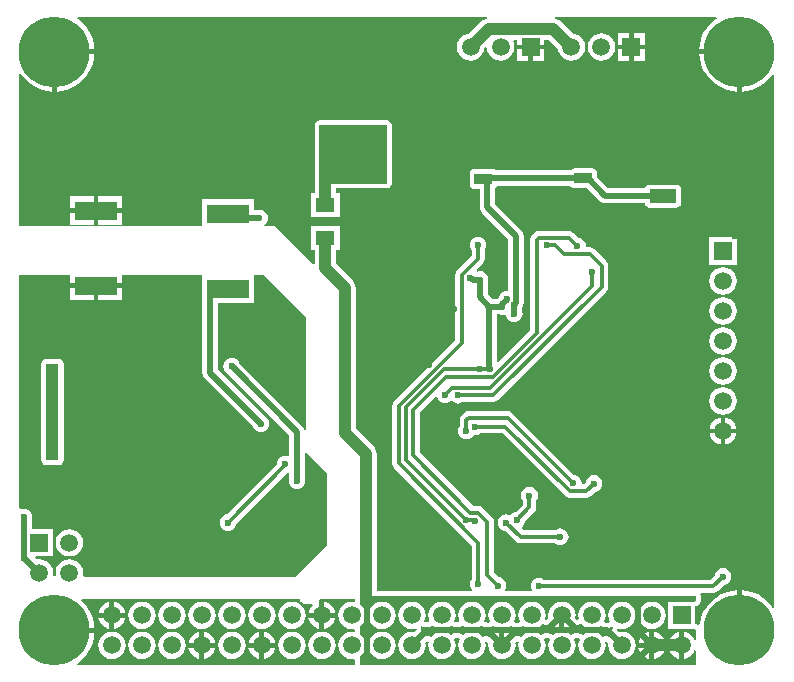
<source format=gbl>
G04*
G04 #@! TF.GenerationSoftware,Altium Limited,Altium Designer,20.1.8 (145)*
G04*
G04 Layer_Physical_Order=2*
G04 Layer_Color=16737843*
%FSLAX44Y44*%
%MOMM*%
G71*
G04*
G04 #@! TF.SameCoordinates,D5C0B3DD-F8AF-49D1-A0DA-DDDA0C0BEC7C*
G04*
G04*
G04 #@! TF.FilePolarity,Positive*
G04*
G01*
G75*
%ADD12C,0.3000*%
%ADD70C,0.5000*%
%ADD71C,1.0000*%
%ADD73R,2.2860X1.1430*%
%ADD75C,1.5000*%
%ADD76R,1.5000X1.5000*%
%ADD77R,1.5000X1.5000*%
%ADD78C,6.0000*%
%ADD79C,0.6000*%
%ADD80C,0.7000*%
%ADD81R,3.6500X1.6000*%
%ADD82R,1.6500X1.2000*%
%ADD83R,1.5240X0.8890*%
%ADD84R,1.0698X8.1763*%
G36*
X1174158Y896620D02*
X1174241Y895350D01*
X1173318Y895228D01*
X1171129Y894322D01*
X1169249Y892879D01*
X1159001Y882632D01*
X1157425Y882424D01*
X1154628Y881265D01*
X1152226Y879422D01*
X1150382Y877020D01*
X1149224Y874222D01*
X1148828Y871220D01*
X1149224Y868218D01*
X1150382Y865420D01*
X1152226Y863018D01*
X1154628Y861175D01*
X1157425Y860016D01*
X1160427Y859621D01*
X1163430Y860016D01*
X1166227Y861175D01*
X1168629Y863018D01*
X1170473Y865420D01*
X1171631Y868218D01*
X1171839Y869794D01*
X1172984Y870939D01*
X1174325Y870484D01*
X1174624Y868218D01*
X1175782Y865420D01*
X1177626Y863018D01*
X1180028Y861175D01*
X1182825Y860016D01*
X1185827Y859621D01*
X1188830Y860016D01*
X1191627Y861175D01*
X1194029Y863018D01*
X1195873Y865420D01*
X1197031Y868218D01*
X1197427Y871220D01*
X1197031Y874222D01*
X1196249Y876112D01*
X1197097Y877382D01*
X1199728D01*
Y873220D01*
X1211227D01*
X1222728D01*
Y877382D01*
X1226872D01*
X1234461Y869794D01*
X1234668Y868218D01*
X1235827Y865420D01*
X1237670Y863018D01*
X1240073Y861175D01*
X1242870Y860016D01*
X1245872Y859621D01*
X1248874Y860016D01*
X1251672Y861175D01*
X1254074Y863018D01*
X1255918Y865420D01*
X1257076Y868218D01*
X1257472Y871220D01*
X1257076Y874222D01*
X1255918Y877020D01*
X1254074Y879422D01*
X1251672Y881265D01*
X1248874Y882424D01*
X1247299Y882632D01*
X1237051Y892879D01*
X1235171Y894322D01*
X1232982Y895228D01*
X1232059Y895350D01*
X1232142Y896620D01*
X1368363Y896620D01*
X1368707Y895397D01*
X1367964Y894942D01*
X1363894Y891466D01*
X1360418Y887396D01*
X1357622Y882833D01*
X1355574Y877889D01*
X1354325Y872685D01*
X1354062Y869350D01*
X1388010D01*
Y867350D01*
X1390010D01*
Y833402D01*
X1393345Y833665D01*
X1398549Y834914D01*
X1403493Y836962D01*
X1408056Y839758D01*
X1412126Y843234D01*
X1415602Y847303D01*
X1416098Y848113D01*
X1417320Y847768D01*
X1417320Y746760D01*
Y508000D01*
X1417320Y396932D01*
X1416098Y396587D01*
X1415602Y397397D01*
X1412126Y401466D01*
X1408056Y404942D01*
X1403493Y407738D01*
X1398549Y409786D01*
X1393345Y411035D01*
X1390010Y411298D01*
Y377350D01*
X1386010D01*
Y411298D01*
X1382675Y411035D01*
X1377471Y409786D01*
X1372527Y407738D01*
X1367964Y404942D01*
X1363894Y401466D01*
X1360418Y397397D01*
X1357622Y392833D01*
X1355574Y387889D01*
X1354325Y382685D01*
X1354315Y382563D01*
X1353000Y381898D01*
X1352371Y382318D01*
X1352331Y382326D01*
X1352297Y382347D01*
X1351552Y382481D01*
X1350810Y382628D01*
X1350810D01*
Y397615D01*
X1351254Y397666D01*
X1351403Y397749D01*
X1351571Y397782D01*
X1352095Y398132D01*
X1352645Y398438D01*
X1353915Y399513D01*
X1354022Y399646D01*
X1354164Y399742D01*
X1354514Y400265D01*
X1354906Y400758D01*
X1354953Y400923D01*
X1355048Y401065D01*
X1355171Y401683D01*
X1355344Y402288D01*
X1355325Y402458D01*
X1355358Y402625D01*
Y406382D01*
X1355083Y407765D01*
X1355420Y408639D01*
X1355632Y409035D01*
X1365872D01*
X1368018Y409462D01*
X1369838Y410677D01*
X1375142Y415981D01*
X1375967Y416090D01*
X1377670Y416796D01*
X1379132Y417918D01*
X1380255Y419380D01*
X1380960Y421083D01*
X1381200Y422910D01*
X1380960Y424737D01*
X1380255Y426440D01*
X1379132Y427902D01*
X1377670Y429025D01*
X1375967Y429730D01*
X1374140Y429970D01*
X1372313Y429730D01*
X1370610Y429025D01*
X1369148Y427902D01*
X1368026Y426440D01*
X1367320Y424737D01*
X1367211Y423912D01*
X1363550Y420250D01*
X1222743D01*
X1222083Y420757D01*
X1220380Y421462D01*
X1218552Y421703D01*
X1216725Y421462D01*
X1215022Y420757D01*
X1213560Y419635D01*
X1212438Y418173D01*
X1211733Y416470D01*
X1211492Y414642D01*
X1211733Y412815D01*
X1212182Y411730D01*
X1211431Y410460D01*
X1190193D01*
X1189631Y411599D01*
X1189754Y411760D01*
X1190460Y413463D01*
X1190700Y415290D01*
X1190460Y417117D01*
X1189754Y418820D01*
X1188632Y420282D01*
X1187170Y421404D01*
X1185467Y422110D01*
X1184642Y422219D01*
X1180358Y426503D01*
Y468932D01*
X1179931Y471078D01*
X1178715Y472898D01*
X1170567Y481046D01*
X1168748Y482261D01*
X1166602Y482688D01*
X1162619D01*
X1117278Y528029D01*
Y561667D01*
X1130669Y575058D01*
X1131961Y574554D01*
X1132548Y573137D01*
X1133670Y571674D01*
X1135132Y570552D01*
X1136835Y569847D01*
X1138662Y569607D01*
X1140489Y569847D01*
X1142192Y570552D01*
X1143654Y571674D01*
X1144334D01*
X1145017Y571363D01*
X1146383Y570316D01*
X1148085Y569610D01*
X1149913Y569370D01*
X1151740Y569610D01*
X1153443Y570316D01*
X1154103Y570822D01*
X1179680D01*
X1181826Y571249D01*
X1183645Y572465D01*
X1275385Y664205D01*
X1276601Y666024D01*
X1277028Y668170D01*
Y685952D01*
X1276601Y688098D01*
X1275385Y689918D01*
X1265378Y699925D01*
X1263558Y701141D01*
X1261412Y701568D01*
X1258793D01*
X1258010Y702460D01*
X1257770Y704287D01*
X1257065Y705990D01*
X1255942Y707452D01*
X1254480Y708575D01*
X1252777Y709280D01*
X1251952Y709388D01*
X1247495Y713845D01*
X1245676Y715061D01*
X1243530Y715488D01*
X1218417D01*
X1216271Y715061D01*
X1214452Y713845D01*
X1212695Y712088D01*
X1211479Y710269D01*
X1211052Y708123D01*
Y631694D01*
X1183809Y604451D01*
X1182636Y604937D01*
Y644954D01*
X1184986D01*
X1185623Y644690D01*
X1187450Y644450D01*
X1189116Y644669D01*
X1189630Y644581D01*
X1190473Y644095D01*
X1190524Y643706D01*
X1191229Y642003D01*
X1192351Y640541D01*
X1193813Y639419D01*
X1195516Y638713D01*
X1197344Y638473D01*
X1199171Y638713D01*
X1200874Y639419D01*
X1202336Y640541D01*
X1203458Y642003D01*
X1204163Y643706D01*
X1204404Y645533D01*
X1204163Y647361D01*
X1203900Y647997D01*
Y649673D01*
X1204370Y650808D01*
X1204524Y651009D01*
X1205179Y652590D01*
X1205403Y654287D01*
Y711233D01*
X1205179Y712930D01*
X1204524Y714511D01*
X1203483Y715869D01*
X1181262Y738090D01*
Y751877D01*
X1181786Y752226D01*
X1182670Y753549D01*
X1182686Y753633D01*
X1244947D01*
X1245526Y752766D01*
X1246849Y751882D01*
X1248410Y751572D01*
X1258611D01*
X1269328Y740854D01*
X1270686Y739812D01*
X1272267Y739157D01*
X1273964Y738934D01*
X1307879D01*
X1308143Y737607D01*
X1309027Y736284D01*
X1310350Y735400D01*
X1311911Y735089D01*
X1334771D01*
X1336332Y735400D01*
X1337655Y736284D01*
X1338539Y737607D01*
X1338849Y739168D01*
Y750598D01*
X1338539Y752159D01*
X1337655Y753482D01*
X1336332Y754366D01*
X1334771Y754676D01*
X1311911D01*
X1310350Y754366D01*
X1309027Y753482D01*
X1308143Y752159D01*
X1308121Y752046D01*
X1276680D01*
X1267728Y760997D01*
Y764540D01*
X1267418Y766101D01*
X1266534Y767424D01*
X1265211Y768308D01*
X1263650Y768618D01*
X1248410D01*
X1246849Y768308D01*
X1245526Y767424D01*
X1245073Y766745D01*
X1181879D01*
X1181786Y766884D01*
X1180462Y767768D01*
X1178902Y768079D01*
X1163662D01*
X1162101Y767768D01*
X1160778Y766884D01*
X1159894Y765561D01*
X1159583Y764000D01*
Y755110D01*
X1159894Y753549D01*
X1160778Y752226D01*
X1162101Y751342D01*
X1163662Y751032D01*
X1168150D01*
Y735374D01*
X1168373Y733677D01*
X1169028Y732096D01*
X1170070Y730738D01*
X1192291Y708518D01*
Y665748D01*
X1191336Y664910D01*
X1191260Y664920D01*
X1189433Y664680D01*
X1187730Y663975D01*
X1186268Y662852D01*
X1185145Y661390D01*
X1184440Y659687D01*
X1184410Y659458D01*
X1183018Y658066D01*
X1178795D01*
X1174956Y661905D01*
Y671906D01*
X1175220Y672543D01*
X1175460Y674370D01*
X1175220Y676197D01*
X1174514Y677900D01*
X1173392Y679362D01*
X1171930Y680484D01*
X1170227Y681190D01*
X1168400Y681430D01*
X1166573Y681190D01*
X1166255Y681058D01*
X1165983Y681276D01*
X1165891Y682909D01*
X1170787Y687805D01*
X1172003Y689625D01*
X1172430Y691771D01*
Y699288D01*
X1172937Y699949D01*
X1173642Y701651D01*
X1173883Y703479D01*
X1173642Y705306D01*
X1172937Y707009D01*
X1171814Y708471D01*
X1170352Y709593D01*
X1168650Y710298D01*
X1166822Y710539D01*
X1164995Y710298D01*
X1163292Y709593D01*
X1161830Y708471D01*
X1160708Y707009D01*
X1160002Y705306D01*
X1159762Y703479D01*
X1160002Y701651D01*
X1160708Y699949D01*
X1161214Y699288D01*
Y694093D01*
X1149195Y682074D01*
X1147979Y680255D01*
X1147552Y678109D01*
Y622804D01*
X1095855Y571106D01*
X1094639Y569287D01*
X1094212Y567141D01*
Y518720D01*
X1094639Y516574D01*
X1095855Y514754D01*
X1161522Y449087D01*
Y420751D01*
X1161015Y420090D01*
X1160310Y418387D01*
X1160070Y416560D01*
X1160310Y414733D01*
X1161015Y413030D01*
X1162013Y411730D01*
X1161709Y410460D01*
X1080958D01*
Y527050D01*
X1080648Y529399D01*
X1079742Y531589D01*
X1078299Y533469D01*
X1078299Y533469D01*
X1063178Y548590D01*
Y667247D01*
X1062868Y669597D01*
X1061962Y671786D01*
X1060519Y673666D01*
X1046668Y687517D01*
Y699539D01*
X1049804D01*
Y719539D01*
X1025304D01*
Y699539D01*
X1028512D01*
Y687647D01*
X1027339Y687161D01*
X995218Y719282D01*
X985878D01*
X985535Y720552D01*
X986702Y721448D01*
X987824Y722910D01*
X988530Y724613D01*
X988770Y726440D01*
X988530Y728267D01*
X987824Y729970D01*
X986702Y731432D01*
X985240Y732554D01*
X983537Y733260D01*
X981710Y733500D01*
X979883Y733260D01*
X979246Y732996D01*
X977290D01*
Y742250D01*
X932790D01*
Y719282D01*
X778510D01*
X778510Y848078D01*
X779732Y848423D01*
X780418Y847303D01*
X783894Y843234D01*
X787963Y839758D01*
X792527Y836962D01*
X797471Y834914D01*
X802675Y833665D01*
X806010Y833402D01*
Y867350D01*
X808010D01*
Y869350D01*
X841958D01*
X841695Y872685D01*
X840446Y877889D01*
X838398Y882833D01*
X835602Y887396D01*
X832126Y891466D01*
X828056Y894942D01*
X827312Y895398D01*
X827657Y896620D01*
X1174158Y896620D01*
D02*
G37*
G36*
X1021080Y642620D02*
X1021080Y547209D01*
X1019810Y547126D01*
X1019793Y547257D01*
X1019138Y548838D01*
X1018096Y550196D01*
X964548Y603744D01*
X964285Y604380D01*
X963162Y605843D01*
X961700Y606964D01*
X959997Y607670D01*
X958170Y607910D01*
X956343Y607670D01*
X954640Y606964D01*
X953177Y605843D01*
X952056Y604380D01*
X951350Y602677D01*
X951110Y600850D01*
X951350Y599023D01*
X952056Y597320D01*
X953177Y595858D01*
X954640Y594735D01*
X955277Y594472D01*
X1006904Y542844D01*
Y525236D01*
X1005848Y524530D01*
X1005279Y524766D01*
X1003452Y525006D01*
X1001624Y524766D01*
X999922Y524060D01*
X998459Y522938D01*
X997337Y521476D01*
X996632Y519773D01*
X996391Y517946D01*
X996395Y517916D01*
X954038Y475559D01*
X953213Y475450D01*
X951510Y474744D01*
X950048Y473622D01*
X948925Y472160D01*
X948220Y470457D01*
X947980Y468630D01*
X948220Y466803D01*
X948925Y465100D01*
X950048Y463638D01*
X951510Y462515D01*
X953213Y461810D01*
X955040Y461570D01*
X956867Y461810D01*
X958570Y462515D01*
X960032Y463638D01*
X961154Y465100D01*
X961860Y466803D01*
X961969Y467628D01*
X1005599Y511259D01*
X1005848Y511362D01*
X1006904Y510656D01*
Y506654D01*
X1006640Y506017D01*
X1006400Y504190D01*
X1006640Y502363D01*
X1007346Y500660D01*
X1008468Y499198D01*
X1009930Y498075D01*
X1011633Y497370D01*
X1013460Y497130D01*
X1015287Y497370D01*
X1016990Y498075D01*
X1018452Y499198D01*
X1019575Y500660D01*
X1020280Y502363D01*
X1020520Y504190D01*
X1020280Y506017D01*
X1020016Y506654D01*
Y527822D01*
X1021286Y528114D01*
X1038860Y510540D01*
X1038860Y449580D01*
X1012190Y422910D01*
X833177Y422910D01*
X832063Y424180D01*
X832309Y426050D01*
X831914Y429052D01*
X830755Y431850D01*
X828912Y434252D01*
X826510Y436095D01*
X823712Y437254D01*
X820710Y437649D01*
X817708Y437254D01*
X814910Y436095D01*
X812508Y434252D01*
X810665Y431850D01*
X809506Y429052D01*
X809111Y426050D01*
X809301Y424608D01*
X808369Y423545D01*
X807651D01*
X806719Y424608D01*
X806909Y426050D01*
X806514Y429052D01*
X805355Y431850D01*
X803512Y434252D01*
X801110Y436095D01*
X798312Y437254D01*
X795310Y437649D01*
X793253Y437378D01*
X791855Y438777D01*
X792341Y439950D01*
X806810D01*
Y462950D01*
X789292D01*
X789140Y464107D01*
X789007Y464428D01*
Y470875D01*
X789271Y471511D01*
X789511Y473339D01*
X789271Y475166D01*
X788565Y476869D01*
X787443Y478331D01*
X785981Y479453D01*
X784278Y480159D01*
X782451Y480399D01*
X780623Y480159D01*
X779780Y479809D01*
X778510Y480658D01*
X778510Y678180D01*
X821030Y678180D01*
Y671290D01*
X865530D01*
Y678180D01*
X932790Y678180D01*
Y654750D01*
X933244D01*
Y595630D01*
X933467Y593933D01*
X934122Y592352D01*
X935164Y590994D01*
X976602Y549557D01*
X976865Y548920D01*
X977988Y547458D01*
X979450Y546335D01*
X981153Y545630D01*
X982980Y545390D01*
X984807Y545630D01*
X986510Y546335D01*
X987972Y547458D01*
X989094Y548920D01*
X989800Y550623D01*
X990040Y552450D01*
X989800Y554277D01*
X989094Y555980D01*
X987972Y557442D01*
X986510Y558564D01*
X985873Y558828D01*
X946356Y598346D01*
Y654750D01*
X977290D01*
Y678180D01*
X985520D01*
X1021080Y642620D01*
D02*
G37*
G36*
X1062722Y402242D02*
X1061767Y401405D01*
X1059910Y401649D01*
X1056908Y401254D01*
X1054110Y400095D01*
X1051708Y398252D01*
X1049865Y395850D01*
X1048706Y393052D01*
X1048311Y390050D01*
X1048706Y387048D01*
X1049865Y384250D01*
X1051708Y381848D01*
X1054110Y380005D01*
X1056908Y378846D01*
X1059910Y378451D01*
X1061535Y378665D01*
X1062538Y377786D01*
Y376914D01*
X1061535Y376035D01*
X1059910Y376249D01*
X1056908Y375854D01*
X1054110Y374695D01*
X1051708Y372852D01*
X1049865Y370450D01*
X1048706Y367652D01*
X1048311Y364650D01*
X1048706Y361648D01*
X1049865Y358850D01*
X1051708Y356448D01*
X1054110Y354605D01*
X1056908Y353446D01*
X1059910Y353051D01*
X1061767Y353295D01*
X1062722Y352458D01*
Y347980D01*
X1061452Y347980D01*
X827494Y347980D01*
X827149Y349202D01*
X828056Y349758D01*
X832126Y353234D01*
X835602Y357304D01*
X838398Y361867D01*
X840446Y366811D01*
X841695Y372015D01*
X841958Y375350D01*
X808010D01*
Y379350D01*
X841958D01*
X841695Y382685D01*
X840446Y387889D01*
X838398Y392833D01*
X835602Y397397D01*
X832126Y401466D01*
X830718Y402668D01*
X831158Y403860D01*
X1015732Y403860D01*
X1016042Y402299D01*
X1016926Y400976D01*
X1018249Y400092D01*
X1019810Y399782D01*
X1026216D01*
X1026647Y398512D01*
X1026308Y398252D01*
X1024465Y395850D01*
X1023306Y393052D01*
X1023174Y392050D01*
X1032510D01*
Y401410D01*
X1031928Y402590D01*
X1033198Y403860D01*
X1062722D01*
Y402242D01*
D02*
G37*
G36*
X1351280Y402625D02*
X1350010Y401550D01*
X1327810D01*
Y378550D01*
X1350010D01*
X1350810Y378550D01*
X1351280Y377475D01*
X1351280Y369122D01*
X1350010Y368869D01*
X1349355Y370450D01*
X1347512Y372852D01*
X1345110Y374695D01*
X1342312Y375854D01*
X1341310Y375986D01*
Y364650D01*
Y353314D01*
X1342312Y353446D01*
X1345110Y354605D01*
X1347512Y356448D01*
X1349355Y358850D01*
X1350010Y360431D01*
X1351280Y360179D01*
Y347980D01*
X1066800D01*
Y355442D01*
X1068112Y356448D01*
X1069955Y358850D01*
X1071114Y361648D01*
X1071509Y364650D01*
X1071114Y367652D01*
X1069955Y370450D01*
X1068112Y372852D01*
X1066800Y373859D01*
Y380841D01*
X1068112Y381848D01*
X1069955Y384250D01*
X1071114Y387048D01*
X1071509Y390050D01*
X1071114Y393052D01*
X1069955Y395850D01*
X1068112Y398252D01*
X1066800Y399259D01*
Y406382D01*
X1351280D01*
Y402625D01*
D02*
G37*
%LPC*%
G36*
X1308172Y882720D02*
X1298672D01*
Y873220D01*
X1308172D01*
Y882720D01*
D02*
G37*
G36*
X1294672D02*
X1285172D01*
Y873220D01*
X1294672D01*
Y882720D01*
D02*
G37*
G36*
X1308172Y869220D02*
X1298672D01*
Y859720D01*
X1308172D01*
Y869220D01*
D02*
G37*
G36*
X1294672D02*
X1285172D01*
Y859720D01*
X1294672D01*
Y869220D01*
D02*
G37*
G36*
X1222728D02*
X1213227D01*
Y859720D01*
X1222728D01*
Y869220D01*
D02*
G37*
G36*
X1209228D02*
X1199728D01*
Y859720D01*
X1209228D01*
Y869220D01*
D02*
G37*
G36*
X1271272Y882819D02*
X1268270Y882424D01*
X1265473Y881265D01*
X1263070Y879422D01*
X1261227Y877020D01*
X1260068Y874222D01*
X1259673Y871220D01*
X1260068Y868218D01*
X1261227Y865420D01*
X1263070Y863018D01*
X1265473Y861175D01*
X1268270Y860016D01*
X1271272Y859621D01*
X1274274Y860016D01*
X1277072Y861175D01*
X1279474Y863018D01*
X1281318Y865420D01*
X1282476Y868218D01*
X1282872Y871220D01*
X1282476Y874222D01*
X1281318Y877020D01*
X1279474Y879422D01*
X1277072Y881265D01*
X1274274Y882424D01*
X1271272Y882819D01*
D02*
G37*
G36*
X841958Y865350D02*
X810010D01*
Y833402D01*
X813345Y833665D01*
X818549Y834914D01*
X823493Y836962D01*
X828056Y839758D01*
X832126Y843234D01*
X835602Y847303D01*
X838398Y851867D01*
X840446Y856811D01*
X841695Y862015D01*
X841958Y865350D01*
D02*
G37*
G36*
X1386010D02*
X1354062D01*
X1354325Y862015D01*
X1355574Y856811D01*
X1357622Y851867D01*
X1360418Y847303D01*
X1363894Y843234D01*
X1367964Y839758D01*
X1372527Y836962D01*
X1377471Y834914D01*
X1382675Y833665D01*
X1386010Y833402D01*
Y865350D01*
D02*
G37*
G36*
X865530Y744790D02*
X845280D01*
Y734790D01*
X865530D01*
Y744790D01*
D02*
G37*
G36*
X841280D02*
X821030D01*
Y734790D01*
X841280D01*
Y744790D01*
D02*
G37*
G36*
X1089660Y809258D02*
X1032500D01*
X1030939Y808948D01*
X1029616Y808064D01*
X1028732Y806741D01*
X1028422Y805180D01*
Y762261D01*
X1028368Y761856D01*
Y747539D01*
X1025304D01*
Y727539D01*
X1049804D01*
Y747539D01*
X1046524D01*
Y751572D01*
X1089660D01*
X1091221Y751882D01*
X1092544Y752766D01*
X1093428Y754089D01*
X1093738Y755650D01*
Y805180D01*
X1093428Y806741D01*
X1092544Y808064D01*
X1091221Y808948D01*
X1089660Y809258D01*
D02*
G37*
G36*
X865530Y730790D02*
X845280D01*
Y720790D01*
X865530D01*
Y730790D01*
D02*
G37*
G36*
X841280D02*
X821030D01*
Y720790D01*
X841280D01*
Y730790D01*
D02*
G37*
G36*
X1385640Y710000D02*
X1362640D01*
Y687000D01*
X1385640D01*
Y710000D01*
D02*
G37*
G36*
X1374140Y684699D02*
X1371138Y684304D01*
X1368340Y683145D01*
X1365938Y681302D01*
X1364095Y678900D01*
X1362936Y676102D01*
X1362541Y673100D01*
X1362936Y670098D01*
X1364095Y667300D01*
X1365938Y664898D01*
X1368340Y663055D01*
X1371138Y661896D01*
X1374140Y661501D01*
X1377142Y661896D01*
X1379940Y663055D01*
X1382342Y664898D01*
X1384185Y667300D01*
X1385344Y670098D01*
X1385739Y673100D01*
X1385344Y676102D01*
X1384185Y678900D01*
X1382342Y681302D01*
X1379940Y683145D01*
X1377142Y684304D01*
X1374140Y684699D01*
D02*
G37*
G36*
Y659299D02*
X1371138Y658904D01*
X1368340Y657745D01*
X1365938Y655902D01*
X1364095Y653500D01*
X1362936Y650702D01*
X1362541Y647700D01*
X1362936Y644698D01*
X1364095Y641900D01*
X1365938Y639498D01*
X1368340Y637655D01*
X1371138Y636496D01*
X1374140Y636101D01*
X1377142Y636496D01*
X1379940Y637655D01*
X1382342Y639498D01*
X1384185Y641900D01*
X1385344Y644698D01*
X1385739Y647700D01*
X1385344Y650702D01*
X1384185Y653500D01*
X1382342Y655902D01*
X1379940Y657745D01*
X1377142Y658904D01*
X1374140Y659299D01*
D02*
G37*
G36*
Y633899D02*
X1371138Y633504D01*
X1368340Y632345D01*
X1365938Y630502D01*
X1364095Y628100D01*
X1362936Y625302D01*
X1362541Y622300D01*
X1362936Y619298D01*
X1364095Y616500D01*
X1365938Y614098D01*
X1368340Y612255D01*
X1371138Y611096D01*
X1374140Y610701D01*
X1377142Y611096D01*
X1379940Y612255D01*
X1382342Y614098D01*
X1384185Y616500D01*
X1385344Y619298D01*
X1385739Y622300D01*
X1385344Y625302D01*
X1384185Y628100D01*
X1382342Y630502D01*
X1379940Y632345D01*
X1377142Y633504D01*
X1374140Y633899D01*
D02*
G37*
G36*
Y608499D02*
X1371138Y608104D01*
X1368340Y606945D01*
X1365938Y605102D01*
X1364095Y602700D01*
X1362936Y599902D01*
X1362541Y596900D01*
X1362936Y593898D01*
X1364095Y591100D01*
X1365938Y588698D01*
X1368340Y586855D01*
X1371138Y585696D01*
X1374140Y585301D01*
X1377142Y585696D01*
X1379940Y586855D01*
X1382342Y588698D01*
X1384185Y591100D01*
X1385344Y593898D01*
X1385739Y596900D01*
X1385344Y599902D01*
X1384185Y602700D01*
X1382342Y605102D01*
X1379940Y606945D01*
X1377142Y608104D01*
X1374140Y608499D01*
D02*
G37*
G36*
Y583099D02*
X1371138Y582704D01*
X1368340Y581545D01*
X1365938Y579702D01*
X1364095Y577300D01*
X1362936Y574502D01*
X1362541Y571500D01*
X1362936Y568498D01*
X1364095Y565700D01*
X1365938Y563298D01*
X1368340Y561455D01*
X1371138Y560296D01*
X1374140Y559901D01*
X1377142Y560296D01*
X1379940Y561455D01*
X1382342Y563298D01*
X1384185Y565700D01*
X1385344Y568498D01*
X1385739Y571500D01*
X1385344Y574502D01*
X1384185Y577300D01*
X1382342Y579702D01*
X1379940Y581545D01*
X1377142Y582704D01*
X1374140Y583099D01*
D02*
G37*
G36*
X1376140Y557436D02*
Y548100D01*
X1385476D01*
X1385344Y549102D01*
X1384185Y551900D01*
X1382342Y554302D01*
X1379940Y556145D01*
X1377142Y557304D01*
X1376140Y557436D01*
D02*
G37*
G36*
X1372140D02*
X1371138Y557304D01*
X1368340Y556145D01*
X1365938Y554302D01*
X1364095Y551900D01*
X1362936Y549102D01*
X1362804Y548100D01*
X1372140D01*
Y557436D01*
D02*
G37*
G36*
X1385476Y544100D02*
X1376140D01*
Y534764D01*
X1377142Y534896D01*
X1379940Y536055D01*
X1382342Y537898D01*
X1384185Y540300D01*
X1385344Y543098D01*
X1385476Y544100D01*
D02*
G37*
G36*
X1372140D02*
X1362804D01*
X1362936Y543098D01*
X1364095Y540300D01*
X1365938Y537898D01*
X1368340Y536055D01*
X1371138Y534896D01*
X1372140Y534764D01*
Y544100D01*
D02*
G37*
G36*
X1191826Y563138D02*
X1158727D01*
X1156581Y562711D01*
X1154762Y561495D01*
X1153005Y559738D01*
X1151789Y557919D01*
X1151362Y555773D01*
Y550291D01*
X1150855Y549630D01*
X1150150Y547927D01*
X1149910Y546100D01*
X1150150Y544273D01*
X1150855Y542570D01*
X1151978Y541108D01*
X1153440Y539986D01*
X1155143Y539280D01*
X1156970Y539040D01*
X1158797Y539280D01*
X1160500Y539986D01*
X1161962Y541108D01*
X1163084Y542570D01*
X1163272Y543023D01*
X1164590Y542850D01*
X1166417Y543090D01*
X1168120Y543796D01*
X1168781Y544302D01*
X1187667D01*
X1240635Y491335D01*
X1242454Y490119D01*
X1244600Y489692D01*
X1258570D01*
X1260716Y490119D01*
X1262535Y491335D01*
X1265922Y494721D01*
X1266747Y494830D01*
X1268450Y495536D01*
X1269912Y496658D01*
X1271034Y498120D01*
X1271740Y499823D01*
X1271980Y501650D01*
X1271740Y503477D01*
X1271034Y505180D01*
X1269912Y506642D01*
X1268450Y507765D01*
X1266747Y508470D01*
X1264920Y508710D01*
X1263093Y508470D01*
X1261390Y507765D01*
X1259928Y506642D01*
X1258805Y505180D01*
X1258100Y503477D01*
X1257991Y502652D01*
X1256369Y501029D01*
X1255221Y501054D01*
X1254358Y502052D01*
X1254359Y502057D01*
X1254118Y503885D01*
X1253413Y505588D01*
X1252291Y507050D01*
X1250829Y508172D01*
X1249126Y508877D01*
X1248301Y508986D01*
X1195791Y561495D01*
X1193972Y562711D01*
X1191826Y563138D01*
D02*
G37*
G36*
X1210310Y498550D02*
X1208483Y498310D01*
X1206780Y497604D01*
X1205318Y496482D01*
X1204195Y495020D01*
X1203490Y493317D01*
X1203250Y491490D01*
X1203490Y489663D01*
X1204195Y487960D01*
X1204702Y487299D01*
Y483832D01*
X1198595Y477725D01*
X1197770Y477616D01*
X1196067Y476911D01*
X1194605Y475789D01*
X1193878Y474842D01*
X1192518Y475405D01*
X1190691Y475645D01*
X1188864Y475405D01*
X1187161Y474699D01*
X1185698Y473577D01*
X1184576Y472115D01*
X1183871Y470412D01*
X1183630Y468585D01*
X1183871Y466758D01*
X1184576Y465055D01*
X1185698Y463592D01*
X1187161Y462471D01*
X1188864Y461765D01*
X1189689Y461656D01*
X1198793Y452552D01*
X1200612Y451337D01*
X1202758Y450910D01*
X1232107D01*
X1232767Y450403D01*
X1234470Y449698D01*
X1236298Y449457D01*
X1238125Y449698D01*
X1239828Y450403D01*
X1241290Y451525D01*
X1242412Y452987D01*
X1243117Y454690D01*
X1243358Y456518D01*
X1243117Y458345D01*
X1242412Y460048D01*
X1241290Y461510D01*
X1239828Y462632D01*
X1238125Y463337D01*
X1236298Y463578D01*
X1234470Y463337D01*
X1232767Y462632D01*
X1232107Y462125D01*
X1205081D01*
X1203610Y463597D01*
X1203802Y465200D01*
X1204590Y465804D01*
X1205712Y467266D01*
X1206417Y468969D01*
X1206526Y469795D01*
X1214275Y477544D01*
X1215491Y479363D01*
X1215918Y481509D01*
Y487299D01*
X1216424Y487960D01*
X1217130Y489663D01*
X1217370Y491490D01*
X1217130Y493317D01*
X1216424Y495020D01*
X1215302Y496482D01*
X1213840Y497604D01*
X1212137Y498310D01*
X1210310Y498550D01*
D02*
G37*
%LPD*%
G36*
X1089660Y755650D02*
X1032500D01*
Y805180D01*
X1089660D01*
Y755650D01*
D02*
G37*
%LPC*%
G36*
X865530Y667290D02*
X845280D01*
Y657290D01*
X865530D01*
Y667290D01*
D02*
G37*
G36*
X841280D02*
X821030D01*
Y657290D01*
X841280D01*
Y667290D01*
D02*
G37*
G36*
X811799Y607010D02*
X801101D01*
X799540Y606699D01*
X798217Y605815D01*
X797333Y604492D01*
X797023Y602932D01*
Y521168D01*
X797333Y519608D01*
X798217Y518285D01*
X799540Y517401D01*
X801101Y517090D01*
X811799D01*
X813360Y517401D01*
X814683Y518285D01*
X815567Y519608D01*
X815877Y521168D01*
Y602932D01*
X815567Y604492D01*
X814683Y605815D01*
X813360Y606699D01*
X811799Y607010D01*
D02*
G37*
G36*
X820710Y463049D02*
X817708Y462654D01*
X814910Y461495D01*
X812508Y459652D01*
X810665Y457250D01*
X809506Y454452D01*
X809111Y451450D01*
X809506Y448448D01*
X810665Y445650D01*
X812508Y443248D01*
X814910Y441405D01*
X817708Y440246D01*
X820710Y439851D01*
X823712Y440246D01*
X826510Y441405D01*
X828912Y443248D01*
X830755Y445650D01*
X831914Y448448D01*
X832309Y451450D01*
X831914Y454452D01*
X830755Y457250D01*
X828912Y459652D01*
X826510Y461495D01*
X823712Y462654D01*
X820710Y463049D01*
D02*
G37*
G36*
X1036510Y401386D02*
Y392050D01*
X1045846D01*
X1045714Y393052D01*
X1044555Y395850D01*
X1042712Y398252D01*
X1040310Y400095D01*
X1037512Y401254D01*
X1036510Y401386D01*
D02*
G37*
G36*
X858710D02*
Y392050D01*
X868046D01*
X867914Y393052D01*
X866755Y395850D01*
X864912Y398252D01*
X862510Y400095D01*
X859712Y401254D01*
X858710Y401386D01*
D02*
G37*
G36*
X854710D02*
X853708Y401254D01*
X850910Y400095D01*
X848508Y398252D01*
X846665Y395850D01*
X845506Y393052D01*
X845374Y392050D01*
X854710D01*
Y401386D01*
D02*
G37*
G36*
X1045846Y388050D02*
X1036510D01*
Y378714D01*
X1037512Y378846D01*
X1040310Y380005D01*
X1042712Y381848D01*
X1044555Y384250D01*
X1045714Y387048D01*
X1045846Y388050D01*
D02*
G37*
G36*
X868046D02*
X858710D01*
Y378714D01*
X859712Y378846D01*
X862510Y380005D01*
X864912Y381848D01*
X866755Y384250D01*
X867914Y387048D01*
X868046Y388050D01*
D02*
G37*
G36*
X1032510D02*
X1023174D01*
X1023306Y387048D01*
X1024465Y384250D01*
X1026308Y381848D01*
X1028710Y380005D01*
X1031508Y378846D01*
X1032510Y378714D01*
Y388050D01*
D02*
G37*
G36*
X854710D02*
X845374D01*
X845506Y387048D01*
X846665Y384250D01*
X848508Y381848D01*
X850910Y380005D01*
X853708Y378846D01*
X854710Y378714D01*
Y388050D01*
D02*
G37*
G36*
X1009110Y401649D02*
X1006108Y401254D01*
X1003310Y400095D01*
X1000908Y398252D01*
X999065Y395850D01*
X997906Y393052D01*
X997511Y390050D01*
X997906Y387048D01*
X999065Y384250D01*
X1000908Y381848D01*
X1003310Y380005D01*
X1006108Y378846D01*
X1009110Y378451D01*
X1012112Y378846D01*
X1014910Y380005D01*
X1017312Y381848D01*
X1019155Y384250D01*
X1020314Y387048D01*
X1020709Y390050D01*
X1020314Y393052D01*
X1019155Y395850D01*
X1017312Y398252D01*
X1014910Y400095D01*
X1012112Y401254D01*
X1009110Y401649D01*
D02*
G37*
G36*
X983710D02*
X980708Y401254D01*
X977910Y400095D01*
X975508Y398252D01*
X973665Y395850D01*
X972506Y393052D01*
X972111Y390050D01*
X972506Y387048D01*
X973665Y384250D01*
X975508Y381848D01*
X977910Y380005D01*
X980708Y378846D01*
X983710Y378451D01*
X986712Y378846D01*
X989510Y380005D01*
X991912Y381848D01*
X993755Y384250D01*
X994914Y387048D01*
X995309Y390050D01*
X994914Y393052D01*
X993755Y395850D01*
X991912Y398252D01*
X989510Y400095D01*
X986712Y401254D01*
X983710Y401649D01*
D02*
G37*
G36*
X958310D02*
X955308Y401254D01*
X952510Y400095D01*
X950108Y398252D01*
X948265Y395850D01*
X947106Y393052D01*
X946711Y390050D01*
X947106Y387048D01*
X948265Y384250D01*
X950108Y381848D01*
X952510Y380005D01*
X955308Y378846D01*
X958310Y378451D01*
X961312Y378846D01*
X964110Y380005D01*
X966512Y381848D01*
X968355Y384250D01*
X969514Y387048D01*
X969909Y390050D01*
X969514Y393052D01*
X968355Y395850D01*
X966512Y398252D01*
X964110Y400095D01*
X961312Y401254D01*
X958310Y401649D01*
D02*
G37*
G36*
X932910D02*
X929908Y401254D01*
X927110Y400095D01*
X924708Y398252D01*
X922865Y395850D01*
X921706Y393052D01*
X921311Y390050D01*
X921706Y387048D01*
X922865Y384250D01*
X924708Y381848D01*
X927110Y380005D01*
X929908Y378846D01*
X932910Y378451D01*
X935912Y378846D01*
X938710Y380005D01*
X941112Y381848D01*
X942955Y384250D01*
X944114Y387048D01*
X944509Y390050D01*
X944114Y393052D01*
X942955Y395850D01*
X941112Y398252D01*
X938710Y400095D01*
X935912Y401254D01*
X932910Y401649D01*
D02*
G37*
G36*
X907510D02*
X904508Y401254D01*
X901710Y400095D01*
X899308Y398252D01*
X897465Y395850D01*
X896306Y393052D01*
X895911Y390050D01*
X896306Y387048D01*
X897465Y384250D01*
X899308Y381848D01*
X901710Y380005D01*
X904508Y378846D01*
X907510Y378451D01*
X910512Y378846D01*
X913310Y380005D01*
X915712Y381848D01*
X917555Y384250D01*
X918714Y387048D01*
X919109Y390050D01*
X918714Y393052D01*
X917555Y395850D01*
X915712Y398252D01*
X913310Y400095D01*
X910512Y401254D01*
X907510Y401649D01*
D02*
G37*
G36*
X882110D02*
X879108Y401254D01*
X876310Y400095D01*
X873908Y398252D01*
X872065Y395850D01*
X870906Y393052D01*
X870511Y390050D01*
X870906Y387048D01*
X872065Y384250D01*
X873908Y381848D01*
X876310Y380005D01*
X879108Y378846D01*
X882110Y378451D01*
X885112Y378846D01*
X887910Y380005D01*
X890312Y381848D01*
X892155Y384250D01*
X893314Y387048D01*
X893709Y390050D01*
X893314Y393052D01*
X892155Y395850D01*
X890312Y398252D01*
X887910Y400095D01*
X885112Y401254D01*
X882110Y401649D01*
D02*
G37*
G36*
X985710Y375986D02*
Y366650D01*
X995046D01*
X994914Y367652D01*
X993755Y370450D01*
X991912Y372852D01*
X989510Y374695D01*
X986712Y375854D01*
X985710Y375986D01*
D02*
G37*
G36*
X934910D02*
Y366650D01*
X944246D01*
X944114Y367652D01*
X942955Y370450D01*
X941112Y372852D01*
X938710Y374695D01*
X935912Y375854D01*
X934910Y375986D01*
D02*
G37*
G36*
X981710D02*
X980708Y375854D01*
X977910Y374695D01*
X975508Y372852D01*
X973665Y370450D01*
X972506Y367652D01*
X972374Y366650D01*
X981710D01*
Y375986D01*
D02*
G37*
G36*
X930910D02*
X929908Y375854D01*
X927110Y374695D01*
X924708Y372852D01*
X922865Y370450D01*
X921706Y367652D01*
X921574Y366650D01*
X930910D01*
Y375986D01*
D02*
G37*
G36*
X995046Y362650D02*
X985710D01*
Y353314D01*
X986712Y353446D01*
X989510Y354605D01*
X991912Y356448D01*
X993755Y358850D01*
X994914Y361648D01*
X995046Y362650D01*
D02*
G37*
G36*
X944246D02*
X934910D01*
Y353314D01*
X935912Y353446D01*
X938710Y354605D01*
X941112Y356448D01*
X942955Y358850D01*
X944114Y361648D01*
X944246Y362650D01*
D02*
G37*
G36*
X981710D02*
X972374D01*
X972506Y361648D01*
X973665Y358850D01*
X975508Y356448D01*
X977910Y354605D01*
X980708Y353446D01*
X981710Y353314D01*
Y362650D01*
D02*
G37*
G36*
X930910D02*
X921574D01*
X921706Y361648D01*
X922865Y358850D01*
X924708Y356448D01*
X927110Y354605D01*
X929908Y353446D01*
X930910Y353314D01*
Y362650D01*
D02*
G37*
G36*
X1034510Y376249D02*
X1031508Y375854D01*
X1028710Y374695D01*
X1026308Y372852D01*
X1024465Y370450D01*
X1023306Y367652D01*
X1022911Y364650D01*
X1023306Y361648D01*
X1024465Y358850D01*
X1026308Y356448D01*
X1028710Y354605D01*
X1031508Y353446D01*
X1034510Y353051D01*
X1037512Y353446D01*
X1040310Y354605D01*
X1042712Y356448D01*
X1044555Y358850D01*
X1045714Y361648D01*
X1046109Y364650D01*
X1045714Y367652D01*
X1044555Y370450D01*
X1042712Y372852D01*
X1040310Y374695D01*
X1037512Y375854D01*
X1034510Y376249D01*
D02*
G37*
G36*
X1009110D02*
X1006108Y375854D01*
X1003310Y374695D01*
X1000908Y372852D01*
X999065Y370450D01*
X997906Y367652D01*
X997511Y364650D01*
X997906Y361648D01*
X999065Y358850D01*
X1000908Y356448D01*
X1003310Y354605D01*
X1006108Y353446D01*
X1009110Y353051D01*
X1012112Y353446D01*
X1014910Y354605D01*
X1017312Y356448D01*
X1019155Y358850D01*
X1020314Y361648D01*
X1020709Y364650D01*
X1020314Y367652D01*
X1019155Y370450D01*
X1017312Y372852D01*
X1014910Y374695D01*
X1012112Y375854D01*
X1009110Y376249D01*
D02*
G37*
G36*
X958310D02*
X955308Y375854D01*
X952510Y374695D01*
X950108Y372852D01*
X948265Y370450D01*
X947106Y367652D01*
X946711Y364650D01*
X947106Y361648D01*
X948265Y358850D01*
X950108Y356448D01*
X952510Y354605D01*
X955308Y353446D01*
X958310Y353051D01*
X961312Y353446D01*
X964110Y354605D01*
X966512Y356448D01*
X968355Y358850D01*
X969514Y361648D01*
X969909Y364650D01*
X969514Y367652D01*
X968355Y370450D01*
X966512Y372852D01*
X964110Y374695D01*
X961312Y375854D01*
X958310Y376249D01*
D02*
G37*
G36*
X907510D02*
X904508Y375854D01*
X901710Y374695D01*
X899308Y372852D01*
X897465Y370450D01*
X896306Y367652D01*
X895911Y364650D01*
X896306Y361648D01*
X897465Y358850D01*
X899308Y356448D01*
X901710Y354605D01*
X904508Y353446D01*
X907510Y353051D01*
X910512Y353446D01*
X913310Y354605D01*
X915712Y356448D01*
X917555Y358850D01*
X918714Y361648D01*
X919109Y364650D01*
X918714Y367652D01*
X917555Y370450D01*
X915712Y372852D01*
X913310Y374695D01*
X910512Y375854D01*
X907510Y376249D01*
D02*
G37*
G36*
X882110D02*
X879108Y375854D01*
X876310Y374695D01*
X873908Y372852D01*
X872065Y370450D01*
X870906Y367652D01*
X870511Y364650D01*
X870906Y361648D01*
X872065Y358850D01*
X873908Y356448D01*
X876310Y354605D01*
X879108Y353446D01*
X882110Y353051D01*
X885112Y353446D01*
X887910Y354605D01*
X890312Y356448D01*
X892155Y358850D01*
X893314Y361648D01*
X893709Y364650D01*
X893314Y367652D01*
X892155Y370450D01*
X890312Y372852D01*
X887910Y374695D01*
X885112Y375854D01*
X882110Y376249D01*
D02*
G37*
G36*
X856710D02*
X853708Y375854D01*
X850910Y374695D01*
X848508Y372852D01*
X846665Y370450D01*
X845506Y367652D01*
X845111Y364650D01*
X845506Y361648D01*
X846665Y358850D01*
X848508Y356448D01*
X850910Y354605D01*
X853708Y353446D01*
X856710Y353051D01*
X859712Y353446D01*
X862510Y354605D01*
X864912Y356448D01*
X866755Y358850D01*
X867914Y361648D01*
X868309Y364650D01*
X867914Y367652D01*
X866755Y370450D01*
X864912Y372852D01*
X862510Y374695D01*
X859712Y375854D01*
X856710Y376249D01*
D02*
G37*
G36*
X1288510Y401649D02*
X1285508Y401254D01*
X1282710Y400095D01*
X1280308Y398252D01*
X1278465Y395850D01*
X1277306Y393052D01*
X1276911Y390050D01*
X1277306Y387048D01*
X1278260Y384745D01*
X1277790Y384083D01*
X1277353Y383703D01*
X1275810Y383906D01*
X1274387D01*
X1273539Y385176D01*
X1274314Y387048D01*
X1274709Y390050D01*
X1274314Y393052D01*
X1273155Y395850D01*
X1271312Y398252D01*
X1268910Y400095D01*
X1266112Y401254D01*
X1263110Y401649D01*
X1260108Y401254D01*
X1257310Y400095D01*
X1254908Y398252D01*
X1253065Y395850D01*
X1251906Y393052D01*
X1251511Y390050D01*
X1251906Y387048D01*
X1251995Y386833D01*
X1250919Y386113D01*
X1249038Y387993D01*
X1249309Y390050D01*
X1248914Y393052D01*
X1247755Y395850D01*
X1245912Y398252D01*
X1243510Y400095D01*
X1240712Y401254D01*
X1237710Y401649D01*
X1234708Y401254D01*
X1231910Y400095D01*
X1229508Y398252D01*
X1227665Y395850D01*
X1226506Y393052D01*
X1226111Y390050D01*
X1226382Y387993D01*
X1224501Y386113D01*
X1223425Y386833D01*
X1223514Y387048D01*
X1223909Y390050D01*
X1223514Y393052D01*
X1222355Y395850D01*
X1220512Y398252D01*
X1218110Y400095D01*
X1215312Y401254D01*
X1212310Y401649D01*
X1209308Y401254D01*
X1206510Y400095D01*
X1204108Y398252D01*
X1202265Y395850D01*
X1201106Y393052D01*
X1200711Y390050D01*
X1201106Y387048D01*
X1201881Y385176D01*
X1201033Y383906D01*
X1198187D01*
X1197339Y385176D01*
X1198114Y387048D01*
X1198509Y390050D01*
X1198114Y393052D01*
X1196955Y395850D01*
X1195112Y398252D01*
X1192710Y400095D01*
X1189912Y401254D01*
X1186910Y401649D01*
X1183908Y401254D01*
X1181110Y400095D01*
X1178708Y398252D01*
X1176865Y395850D01*
X1175706Y393052D01*
X1175311Y390050D01*
X1175706Y387048D01*
X1176481Y385176D01*
X1175633Y383906D01*
X1175054D01*
X1174210Y384017D01*
X1172833D01*
X1171985Y385287D01*
X1172714Y387048D01*
X1173109Y390050D01*
X1172714Y393052D01*
X1171555Y395850D01*
X1169712Y398252D01*
X1167310Y400095D01*
X1164512Y401254D01*
X1161510Y401649D01*
X1158508Y401254D01*
X1155710Y400095D01*
X1153308Y398252D01*
X1151465Y395850D01*
X1150306Y393052D01*
X1149911Y390050D01*
X1150306Y387048D01*
X1151035Y385287D01*
X1150187Y384017D01*
X1147433D01*
X1146585Y385287D01*
X1147314Y387048D01*
X1147709Y390050D01*
X1147314Y393052D01*
X1146155Y395850D01*
X1144312Y398252D01*
X1141910Y400095D01*
X1139112Y401254D01*
X1136110Y401649D01*
X1133108Y401254D01*
X1130310Y400095D01*
X1127908Y398252D01*
X1126065Y395850D01*
X1124906Y393052D01*
X1124511Y390050D01*
X1124906Y387048D01*
X1125635Y385287D01*
X1124787Y384017D01*
X1123521D01*
X1121947Y383810D01*
X1121580Y384096D01*
X1120993Y384824D01*
X1121914Y387048D01*
X1122309Y390050D01*
X1121914Y393052D01*
X1120755Y395850D01*
X1118912Y398252D01*
X1116510Y400095D01*
X1113712Y401254D01*
X1110710Y401649D01*
X1107708Y401254D01*
X1104910Y400095D01*
X1102508Y398252D01*
X1100665Y395850D01*
X1099506Y393052D01*
X1099111Y390050D01*
X1099506Y387048D01*
X1100665Y384250D01*
X1102508Y381848D01*
X1104910Y380005D01*
X1107708Y378846D01*
X1110710Y378451D01*
X1113712Y378846D01*
X1113928Y378935D01*
X1114647Y377859D01*
X1112767Y375979D01*
X1110710Y376249D01*
X1107708Y375854D01*
X1104910Y374695D01*
X1102508Y372852D01*
X1100665Y370450D01*
X1099506Y367652D01*
X1099111Y364650D01*
X1099506Y361648D01*
X1100665Y358850D01*
X1102508Y356448D01*
X1104910Y354605D01*
X1107708Y353446D01*
X1110710Y353051D01*
X1113712Y353446D01*
X1116510Y354605D01*
X1118912Y356448D01*
X1120755Y358850D01*
X1121914Y361648D01*
X1122309Y364650D01*
X1122038Y366707D01*
X1123919Y368587D01*
X1124995Y367868D01*
X1124906Y367652D01*
X1124511Y364650D01*
X1124906Y361648D01*
X1126065Y358850D01*
X1127908Y356448D01*
X1130310Y354605D01*
X1133108Y353446D01*
X1136110Y353051D01*
X1139112Y353446D01*
X1141910Y354605D01*
X1144312Y356448D01*
X1146155Y358850D01*
X1147314Y361648D01*
X1147709Y364650D01*
X1147314Y367652D01*
X1146493Y369635D01*
X1147341Y370905D01*
X1150279D01*
X1151127Y369635D01*
X1150306Y367652D01*
X1149911Y364650D01*
X1150306Y361648D01*
X1151465Y358850D01*
X1153308Y356448D01*
X1155710Y354605D01*
X1158508Y353446D01*
X1161510Y353051D01*
X1164512Y353446D01*
X1167310Y354605D01*
X1169712Y356448D01*
X1171555Y358850D01*
X1172714Y361648D01*
X1173109Y364650D01*
X1172714Y367652D01*
X1172625Y367868D01*
X1173701Y368587D01*
X1175582Y366707D01*
X1175311Y364650D01*
X1175706Y361648D01*
X1176865Y358850D01*
X1178708Y356448D01*
X1181110Y354605D01*
X1183908Y353446D01*
X1186910Y353051D01*
X1189912Y353446D01*
X1192710Y354605D01*
X1195112Y356448D01*
X1196955Y358850D01*
X1198114Y361648D01*
X1198509Y364650D01*
X1198238Y366707D01*
X1200119Y368587D01*
X1201195Y367868D01*
X1201106Y367652D01*
X1200711Y364650D01*
X1201106Y361648D01*
X1202265Y358850D01*
X1204108Y356448D01*
X1206510Y354605D01*
X1209308Y353446D01*
X1212310Y353051D01*
X1215312Y353446D01*
X1218110Y354605D01*
X1220512Y356448D01*
X1222355Y358850D01*
X1223514Y361648D01*
X1223909Y364650D01*
X1223514Y367652D01*
X1222739Y369524D01*
X1223587Y370794D01*
X1225010D01*
X1225010Y370794D01*
X1226433D01*
X1227281Y369524D01*
X1226506Y367652D01*
X1226111Y364650D01*
X1226506Y361648D01*
X1227665Y358850D01*
X1229508Y356448D01*
X1231910Y354605D01*
X1234708Y353446D01*
X1237710Y353051D01*
X1240712Y353446D01*
X1243510Y354605D01*
X1245912Y356448D01*
X1247755Y358850D01*
X1248914Y361648D01*
X1249309Y364650D01*
X1248914Y367652D01*
X1248139Y369524D01*
X1248987Y370794D01*
X1251833D01*
X1252681Y369524D01*
X1251906Y367652D01*
X1251511Y364650D01*
X1251906Y361648D01*
X1253065Y358850D01*
X1254908Y356448D01*
X1257310Y354605D01*
X1260108Y353446D01*
X1263110Y353051D01*
X1266112Y353446D01*
X1268910Y354605D01*
X1271312Y356448D01*
X1273155Y358850D01*
X1274314Y361648D01*
X1274709Y364650D01*
X1274314Y367652D01*
X1274225Y367868D01*
X1275301Y368587D01*
X1277181Y366707D01*
X1276911Y364650D01*
X1277306Y361648D01*
X1278465Y358850D01*
X1280308Y356448D01*
X1282710Y354605D01*
X1285508Y353446D01*
X1288510Y353051D01*
X1291512Y353446D01*
X1294310Y354605D01*
X1296712Y356448D01*
X1298555Y358850D01*
X1299714Y361648D01*
X1300109Y364650D01*
X1299714Y367652D01*
X1298555Y370450D01*
X1296712Y372852D01*
X1294310Y374695D01*
X1291512Y375854D01*
X1288510Y376249D01*
X1286453Y375979D01*
X1284573Y377859D01*
X1285293Y378935D01*
X1285508Y378846D01*
X1288510Y378451D01*
X1291512Y378846D01*
X1294310Y380005D01*
X1296712Y381848D01*
X1298555Y384250D01*
X1299714Y387048D01*
X1300109Y390050D01*
X1299714Y393052D01*
X1298555Y395850D01*
X1296712Y398252D01*
X1294310Y400095D01*
X1291512Y401254D01*
X1288510Y401649D01*
D02*
G37*
G36*
X1313910D02*
X1310908Y401254D01*
X1308110Y400095D01*
X1305708Y398252D01*
X1303865Y395850D01*
X1302706Y393052D01*
X1302311Y390050D01*
X1302706Y387048D01*
X1303865Y384250D01*
X1305708Y381848D01*
X1308110Y380005D01*
X1310908Y378846D01*
X1313910Y378451D01*
X1316912Y378846D01*
X1319710Y380005D01*
X1322112Y381848D01*
X1323955Y384250D01*
X1325114Y387048D01*
X1325509Y390050D01*
X1325114Y393052D01*
X1323955Y395850D01*
X1322112Y398252D01*
X1319710Y400095D01*
X1316912Y401254D01*
X1313910Y401649D01*
D02*
G37*
G36*
X1085310D02*
X1082308Y401254D01*
X1079510Y400095D01*
X1077108Y398252D01*
X1075265Y395850D01*
X1074106Y393052D01*
X1073711Y390050D01*
X1074106Y387048D01*
X1075265Y384250D01*
X1077108Y381848D01*
X1079510Y380005D01*
X1082308Y378846D01*
X1085310Y378451D01*
X1088312Y378846D01*
X1091110Y380005D01*
X1093512Y381848D01*
X1095355Y384250D01*
X1096514Y387048D01*
X1096909Y390050D01*
X1096514Y393052D01*
X1095355Y395850D01*
X1093512Y398252D01*
X1091110Y400095D01*
X1088312Y401254D01*
X1085310Y401649D01*
D02*
G37*
G36*
X1315910Y375986D02*
Y366650D01*
X1325246D01*
X1325114Y367652D01*
X1323955Y370450D01*
X1322112Y372852D01*
X1319710Y374695D01*
X1316912Y375854D01*
X1315910Y375986D01*
D02*
G37*
G36*
X1337310D02*
X1336308Y375854D01*
X1333510Y374695D01*
X1331108Y372852D01*
X1329265Y370450D01*
X1328106Y367652D01*
X1327974Y366650D01*
X1337310D01*
Y375986D01*
D02*
G37*
G36*
X1311910D02*
X1310908Y375854D01*
X1308110Y374695D01*
X1305708Y372852D01*
X1303865Y370450D01*
X1302706Y367652D01*
X1302574Y366650D01*
X1311910D01*
Y375986D01*
D02*
G37*
G36*
X1325246Y362650D02*
X1315910D01*
Y353314D01*
X1316912Y353446D01*
X1319710Y354605D01*
X1322112Y356448D01*
X1323955Y358850D01*
X1325114Y361648D01*
X1325246Y362650D01*
D02*
G37*
G36*
X1337310D02*
X1327974D01*
X1328106Y361648D01*
X1329265Y358850D01*
X1331108Y356448D01*
X1333510Y354605D01*
X1336308Y353446D01*
X1337310Y353314D01*
Y362650D01*
D02*
G37*
G36*
X1311910D02*
X1302574D01*
X1302706Y361648D01*
X1303865Y358850D01*
X1305708Y356448D01*
X1308110Y354605D01*
X1310908Y353446D01*
X1311910Y353314D01*
Y362650D01*
D02*
G37*
G36*
X1085310Y376249D02*
X1082308Y375854D01*
X1079510Y374695D01*
X1077108Y372852D01*
X1075265Y370450D01*
X1074106Y367652D01*
X1073711Y364650D01*
X1074106Y361648D01*
X1075265Y358850D01*
X1077108Y356448D01*
X1079510Y354605D01*
X1082308Y353446D01*
X1085310Y353051D01*
X1088312Y353446D01*
X1091110Y354605D01*
X1093512Y356448D01*
X1095355Y358850D01*
X1096514Y361648D01*
X1096909Y364650D01*
X1096514Y367652D01*
X1095355Y370450D01*
X1093512Y372852D01*
X1091110Y374695D01*
X1088312Y375854D01*
X1085310Y376249D01*
D02*
G37*
%LPD*%
G36*
X1239710Y378714D02*
X1240712Y378846D01*
X1243510Y380005D01*
X1245912Y381848D01*
X1246915Y383156D01*
X1248035Y383229D01*
X1248369Y383006D01*
X1248653Y382722D01*
X1249024Y382568D01*
X1249358Y382345D01*
X1249752Y382267D01*
X1250123Y382113D01*
X1250525D01*
X1250919Y382035D01*
X1251313Y382113D01*
X1251714D01*
X1252085Y382267D01*
X1252479Y382345D01*
X1252813Y382568D01*
X1253184Y382722D01*
X1253881Y383187D01*
X1254908Y381848D01*
X1257310Y380005D01*
X1260108Y378846D01*
X1263110Y378451D01*
X1266112Y378846D01*
X1268910Y380005D01*
X1270162Y380965D01*
X1271504Y381022D01*
X1271837Y380799D01*
X1272122Y380515D01*
X1272493Y380361D01*
X1272827Y380138D01*
X1273220Y380060D01*
X1273592Y379906D01*
X1273993D01*
X1274387Y379828D01*
X1275543D01*
X1276821Y379660D01*
X1276945Y379668D01*
X1277066Y379635D01*
X1277736Y379720D01*
X1278408Y379764D01*
X1278521Y379819D01*
X1278645Y379835D01*
X1279231Y380169D01*
X1279836Y380467D01*
X1279918Y380562D01*
X1280027Y380624D01*
X1281066Y379844D01*
X1281028Y379753D01*
X1280805Y379419D01*
X1280727Y379025D01*
X1280573Y378654D01*
Y378253D01*
X1280495Y377859D01*
X1280573Y377464D01*
Y377063D01*
X1280727Y376692D01*
X1280805Y376298D01*
X1281028Y375964D01*
X1281182Y375593D01*
X1281466Y375309D01*
X1281689Y374975D01*
X1281616Y373855D01*
X1280308Y372852D01*
X1279305Y371544D01*
X1278185Y371471D01*
X1277851Y371694D01*
X1277567Y371978D01*
X1277196Y372132D01*
X1276862Y372355D01*
X1276468Y372433D01*
X1276097Y372587D01*
X1275695D01*
X1275301Y372665D01*
X1274907Y372587D01*
X1274506D01*
X1274135Y372433D01*
X1273741Y372355D01*
X1273407Y372132D01*
X1273036Y371978D01*
X1272339Y371513D01*
X1271312Y372852D01*
X1268910Y374695D01*
X1266112Y375854D01*
X1263110Y376249D01*
X1260108Y375854D01*
X1257310Y374695D01*
X1256058Y373735D01*
X1254717Y373678D01*
X1254383Y373901D01*
X1254099Y374185D01*
X1253727Y374339D01*
X1253393Y374562D01*
X1253000Y374640D01*
X1252628Y374794D01*
X1252227D01*
X1251833Y374872D01*
X1248987D01*
X1248593Y374794D01*
X1248192D01*
X1247821Y374640D01*
X1247427Y374562D01*
X1247093Y374339D01*
X1246721Y374185D01*
X1246438Y373901D01*
X1246103Y373678D01*
X1244762Y373735D01*
X1243510Y374695D01*
X1240712Y375854D01*
X1237710Y376249D01*
X1234708Y375854D01*
X1231910Y374695D01*
X1230658Y373735D01*
X1229317Y373678D01*
X1228983Y373901D01*
X1228699Y374185D01*
X1228327Y374339D01*
X1227993Y374562D01*
X1227600Y374640D01*
X1227228Y374794D01*
X1226827D01*
X1226433Y374872D01*
X1225010D01*
X1225010Y374872D01*
X1223587D01*
X1223193Y374794D01*
X1222792D01*
X1222421Y374640D01*
X1222027Y374562D01*
X1221693Y374339D01*
X1221321Y374185D01*
X1221038Y373901D01*
X1220703Y373678D01*
X1219362Y373735D01*
X1218110Y374695D01*
X1215312Y375854D01*
X1212310Y376249D01*
X1209308Y375854D01*
X1206510Y374695D01*
X1204108Y372852D01*
X1203081Y371513D01*
X1202384Y371978D01*
X1202013Y372132D01*
X1201679Y372355D01*
X1201285Y372433D01*
X1200914Y372587D01*
X1200513D01*
X1200118Y372665D01*
X1199725Y372587D01*
X1199323D01*
X1198952Y372433D01*
X1198558Y372355D01*
X1198224Y372132D01*
X1197853Y371978D01*
X1197569Y371694D01*
X1197235Y371471D01*
X1196115Y371544D01*
X1195112Y372852D01*
X1192710Y374695D01*
X1189912Y375854D01*
X1188910Y375986D01*
Y364650D01*
X1184910D01*
Y375986D01*
X1183908Y375854D01*
X1181110Y374695D01*
X1178708Y372852D01*
X1177705Y371544D01*
X1176585Y371471D01*
X1176251Y371694D01*
X1175967Y371978D01*
X1175596Y372132D01*
X1175262Y372355D01*
X1174868Y372433D01*
X1174497Y372587D01*
X1174095D01*
X1173701Y372665D01*
X1173307Y372587D01*
X1172906D01*
X1172535Y372433D01*
X1172141Y372355D01*
X1171807Y372132D01*
X1171436Y371978D01*
X1170739Y371513D01*
X1169712Y372852D01*
X1167310Y374695D01*
X1164512Y375854D01*
X1161510Y376249D01*
X1158508Y375854D01*
X1155710Y374695D01*
X1154518Y373780D01*
X1153163Y373789D01*
X1152829Y374012D01*
X1152545Y374296D01*
X1152173Y374450D01*
X1151840Y374673D01*
X1151446Y374751D01*
X1151075Y374905D01*
X1150673D01*
X1150279Y374983D01*
X1147341D01*
X1146947Y374905D01*
X1146545D01*
X1146174Y374751D01*
X1145780Y374673D01*
X1145446Y374450D01*
X1145075Y374296D01*
X1144791Y374012D01*
X1144457Y373789D01*
X1143102Y373780D01*
X1141910Y374695D01*
X1139112Y375854D01*
X1136110Y376249D01*
X1133108Y375854D01*
X1130310Y374695D01*
X1127908Y372852D01*
X1126881Y371513D01*
X1126184Y371978D01*
X1125813Y372132D01*
X1125479Y372355D01*
X1125085Y372433D01*
X1124714Y372587D01*
X1124313D01*
X1123919Y372665D01*
X1123524Y372587D01*
X1123123D01*
X1122752Y372433D01*
X1122358Y372355D01*
X1122024Y372132D01*
X1121653Y371978D01*
X1121369Y371694D01*
X1121035Y371471D01*
X1119915Y371544D01*
X1118912Y372852D01*
X1117604Y373855D01*
X1117531Y374975D01*
X1117754Y375309D01*
X1118038Y375593D01*
X1118192Y375964D01*
X1118415Y376298D01*
X1118493Y376692D01*
X1118647Y377063D01*
Y377465D01*
X1118725Y377859D01*
X1118647Y378253D01*
Y378654D01*
X1118493Y379025D01*
X1118415Y379419D01*
X1118192Y379753D01*
X1118038Y380124D01*
X1118006Y380172D01*
X1119018Y380943D01*
X1119074Y380879D01*
X1119441Y380593D01*
X1119454Y380586D01*
X1119465Y380574D01*
X1120166Y380229D01*
X1120863Y379879D01*
X1120878Y379878D01*
X1120892Y379871D01*
X1121672Y379819D01*
X1122450Y379763D01*
X1122464Y379768D01*
X1122480Y379767D01*
X1123789Y379939D01*
X1124787D01*
X1125181Y380017D01*
X1125582D01*
X1125954Y380171D01*
X1126348Y380249D01*
X1126682Y380472D01*
X1127053Y380626D01*
X1127337Y380910D01*
X1127671Y381133D01*
X1128999Y381011D01*
X1130310Y380005D01*
X1133108Y378846D01*
X1136110Y378451D01*
X1139112Y378846D01*
X1141910Y380005D01*
X1143221Y381011D01*
X1144549Y381133D01*
X1144883Y380910D01*
X1145167Y380626D01*
X1145539Y380472D01*
X1145872Y380249D01*
X1146266Y380171D01*
X1146638Y380017D01*
X1147039D01*
X1147433Y379939D01*
X1150187D01*
X1150581Y380017D01*
X1150982D01*
X1151354Y380171D01*
X1151748Y380249D01*
X1152082Y380472D01*
X1152453Y380626D01*
X1152737Y380910D01*
X1153071Y381133D01*
X1154399Y381011D01*
X1155710Y380005D01*
X1158508Y378846D01*
X1161510Y378451D01*
X1164512Y378846D01*
X1167310Y380005D01*
X1168621Y381011D01*
X1169949Y381133D01*
X1170283Y380910D01*
X1170567Y380626D01*
X1170939Y380472D01*
X1171273Y380249D01*
X1171666Y380171D01*
X1172038Y380017D01*
X1172439D01*
X1172833Y379939D01*
X1173943D01*
X1174521Y379863D01*
X1174790Y379880D01*
X1175054Y379828D01*
X1175633D01*
X1176027Y379906D01*
X1176428D01*
X1176800Y380060D01*
X1177194Y380138D01*
X1177527Y380361D01*
X1177898Y380515D01*
X1178183Y380799D01*
X1178516Y381022D01*
X1179858Y380965D01*
X1181110Y380005D01*
X1183908Y378846D01*
X1186910Y378451D01*
X1189912Y378846D01*
X1192710Y380005D01*
X1193962Y380965D01*
X1195303Y381022D01*
X1195638Y380799D01*
X1195921Y380515D01*
X1196293Y380361D01*
X1196627Y380138D01*
X1197020Y380060D01*
X1197392Y379906D01*
X1197793D01*
X1198187Y379828D01*
X1201033D01*
X1201427Y379906D01*
X1201828D01*
X1202200Y380060D01*
X1202594Y380138D01*
X1202927Y380361D01*
X1203298Y380515D01*
X1203583Y380799D01*
X1203916Y381022D01*
X1205258Y380965D01*
X1206510Y380005D01*
X1209308Y378846D01*
X1212310Y378451D01*
X1215312Y378846D01*
X1218110Y380005D01*
X1220512Y381848D01*
X1221539Y383187D01*
X1222236Y382722D01*
X1222607Y382568D01*
X1222941Y382345D01*
X1223335Y382267D01*
X1223706Y382113D01*
X1224107D01*
X1224501Y382035D01*
X1224895Y382113D01*
X1225297D01*
X1225668Y382267D01*
X1226062Y382345D01*
X1226396Y382568D01*
X1226767Y382722D01*
X1227051Y383006D01*
X1227385Y383229D01*
X1228505Y383156D01*
X1229508Y381848D01*
X1231910Y380005D01*
X1234708Y378846D01*
X1235710Y378714D01*
Y390050D01*
X1239710D01*
Y378714D01*
D02*
G37*
D12*
X1111670Y563990D02*
X1139501Y591820D01*
X1111670Y525706D02*
Y563990D01*
X1139501Y591820D02*
X1179109D01*
X1239428Y695960D02*
X1261412D01*
X1231882Y703506D02*
X1239428Y695960D01*
X1225222Y703380D02*
X1225348Y703506D01*
X1231882D01*
X1218417Y709880D02*
X1243530D01*
X1250950Y702460D01*
X1216660Y708123D02*
X1218417Y709880D01*
X1216660Y629371D02*
Y708123D01*
X1184910Y697230D02*
Y697579D01*
X1185814Y698483D01*
X1186175Y698121D01*
X1263650Y669290D02*
Y680720D01*
X1177290Y582930D02*
X1263650Y669290D01*
X1153160Y678109D02*
X1166822Y691771D01*
Y703479D01*
X1149913Y576430D02*
X1179680D01*
X1271420Y668170D02*
Y685952D01*
X1179680Y576430D02*
X1271420Y668170D01*
X1169142Y598553D02*
X1176650D01*
X1176883Y598787D01*
X1179109Y591820D02*
X1216660Y629371D01*
X1144925Y582930D02*
X1177290D01*
X1168909Y598320D02*
X1169142Y598553D01*
X1099820Y567141D02*
X1153160Y620481D01*
Y678109D01*
X1099820Y518720D02*
Y567141D01*
X1138070Y598320D02*
X1167992D01*
X1106063Y566313D02*
X1138070Y598320D01*
X1111670Y525706D02*
X1160296Y477080D01*
X1106063Y521669D02*
Y566313D01*
Y521669D02*
X1156766Y470966D01*
X1099820Y518720D02*
X1167130Y451410D01*
X1160296Y477080D02*
X1166602D01*
X1174750Y424180D02*
Y468932D01*
X1166602Y477080D02*
X1174750Y468932D01*
X1164057Y470433D02*
X1164590Y469900D01*
X1157299Y470433D02*
X1164057D01*
X1174750Y424180D02*
X1183640Y415290D01*
X1167130Y416560D02*
Y451410D01*
X1138662Y576667D02*
X1144925Y582930D01*
X1261412Y695960D02*
X1271420Y685952D01*
X1236461Y778903D02*
X1236659Y778704D01*
Y777910D02*
Y778704D01*
X1252959Y760189D02*
X1253148Y760000D01*
X1259454D01*
X1218552Y414642D02*
X1365872D01*
X1374140Y422910D01*
X1156970Y546100D02*
Y555773D01*
X1158727Y557530D01*
X1164590Y549910D02*
X1189990D01*
X1158727Y557530D02*
X1191826D01*
X1247299Y502057D01*
X1189990Y549910D02*
X1244600Y495300D01*
X1210310Y481509D02*
Y491490D01*
X1199597Y470797D02*
X1210310Y481509D01*
X1190691Y468585D02*
X1202758Y456518D01*
X1236298D01*
X1244600Y495300D02*
X1258570D01*
X1264920Y501650D01*
X1003452Y517042D02*
Y517946D01*
X955040Y468630D02*
X1003452Y517042D01*
D70*
X1174706Y735374D02*
X1198847Y711233D01*
X1197610Y653051D02*
X1198847Y654287D01*
Y711233D01*
X1197610Y652509D02*
Y653051D01*
X1197344Y645533D02*
Y652243D01*
X1197610Y652509D01*
X1187450Y653227D02*
X1191260Y657037D01*
X1187450Y651510D02*
Y653227D01*
X1191260Y657037D02*
Y657860D01*
X1174706Y735374D02*
Y759460D01*
X914400Y662940D02*
X929640D01*
X955040Y727710D02*
X956310Y726440D01*
X981710D01*
X955040Y727710D02*
Y730250D01*
X939800Y595630D02*
Y661670D01*
Y595630D02*
X982980Y552450D01*
X939800Y661670D02*
X946150Y668020D01*
X947420Y666750D02*
X955040D01*
X946150Y668020D02*
X947420Y666750D01*
X1176080Y599861D02*
X1176883Y599057D01*
Y598787D02*
Y599057D01*
X1176080Y599861D02*
Y651510D01*
X1187450D01*
X1168400Y659190D02*
Y674370D01*
Y659190D02*
X1176080Y651510D01*
X1160563Y676048D02*
X1162241Y674370D01*
X1160292Y676048D02*
X1160563D01*
X1162241Y674370D02*
X1168400D01*
X1175435Y760189D02*
X1252959D01*
X1174706Y759460D02*
X1175435Y760189D01*
X1323340Y745490D02*
X1330960D01*
X1315720D02*
X1323340D01*
X1273964D02*
X1315720D01*
X1259454Y760000D02*
X1273964Y745490D01*
X1301910Y376650D02*
X1313910Y364650D01*
X1296447Y403792D02*
X1301910Y398329D01*
X1071880Y405222D02*
X1073310Y403792D01*
X1301910Y376650D02*
Y398329D01*
X1073310Y403792D02*
X1296447D01*
X1174210Y377350D02*
X1225010D01*
X1075603Y350520D02*
X1299780D01*
X1072674Y353449D02*
X1075603Y350520D01*
X1072674Y353449D02*
Y404428D01*
X1110710Y364650D02*
X1123521Y377461D01*
X1174210D01*
X1174210Y377350D02*
X1186910Y364650D01*
X1250410Y377350D02*
X1275810D01*
X1225010D02*
X1237710Y390050D01*
X1225010Y377350D02*
X1225010Y377350D01*
X1250410D01*
X1199610Y377350D02*
X1225010D01*
X1275810Y377350D02*
X1288510Y364650D01*
X1237710Y390050D02*
X1250410Y377350D01*
X1186910Y364650D02*
X1199610Y377350D01*
X1299780Y350520D02*
X1313910Y364650D01*
X782451Y438909D02*
Y473339D01*
Y438909D02*
X783406Y437954D01*
X795310Y426050D01*
X958170Y600850D02*
X1013460Y545560D01*
Y504190D02*
Y545560D01*
X958170Y600850D02*
X958170D01*
D71*
X1160427Y871220D02*
X1175667Y886460D01*
X1230632D02*
X1245872Y871220D01*
X1175667Y886460D02*
X1230632D01*
X1071880Y405222D02*
Y527050D01*
X1037590Y683757D02*
Y710362D01*
X1054100Y544830D02*
Y667247D01*
X1037590Y683757D02*
X1054100Y667247D01*
Y544830D02*
X1071880Y527050D01*
X1037446Y738506D02*
Y761856D01*
X1037590Y762000D01*
X1313910Y364650D02*
X1339310D01*
D73*
X1323341Y744883D02*
D03*
D75*
X1374140Y546100D02*
D03*
Y571500D02*
D03*
Y596900D02*
D03*
Y622300D02*
D03*
Y673100D02*
D03*
Y647700D02*
D03*
X1245872Y871220D02*
D03*
X1271272D02*
D03*
X1160427D02*
D03*
X1185827D02*
D03*
X1339310Y364650D02*
D03*
X1313910Y390050D02*
D03*
Y364650D02*
D03*
X1288510Y390050D02*
D03*
Y364650D02*
D03*
X1263110Y390050D02*
D03*
Y364650D02*
D03*
X1237710Y390050D02*
D03*
Y364650D02*
D03*
X1212310Y390050D02*
D03*
Y364650D02*
D03*
X1186910Y390050D02*
D03*
Y364650D02*
D03*
X1161510Y390050D02*
D03*
Y364650D02*
D03*
X1136110Y390050D02*
D03*
Y364650D02*
D03*
X1110710Y390050D02*
D03*
Y364650D02*
D03*
X1085310Y390050D02*
D03*
Y364650D02*
D03*
X1059910Y390050D02*
D03*
Y364650D02*
D03*
X1034510Y390050D02*
D03*
Y364650D02*
D03*
X1009110Y390050D02*
D03*
Y364650D02*
D03*
X983710Y390050D02*
D03*
Y364650D02*
D03*
X958310Y390050D02*
D03*
Y364650D02*
D03*
X856710D02*
D03*
Y390050D02*
D03*
X882110Y364650D02*
D03*
Y390050D02*
D03*
X907510Y364650D02*
D03*
Y390050D02*
D03*
X932910Y364650D02*
D03*
Y390050D02*
D03*
X820710Y426050D02*
D03*
Y451450D02*
D03*
X795310Y426050D02*
D03*
D76*
X1374140Y698500D02*
D03*
D77*
X1296672Y871220D02*
D03*
X1211227D02*
D03*
X1339310Y390050D02*
D03*
X795310Y451450D02*
D03*
D78*
X808010Y867350D02*
D03*
Y377350D02*
D03*
X1388010Y867350D02*
D03*
Y377350D02*
D03*
D79*
X1384300Y711200D02*
D03*
X1346200Y685800D02*
D03*
X1397000Y482600D02*
D03*
X1333500Y660400D02*
D03*
X1143000Y736600D02*
D03*
X1409700Y457200D02*
D03*
X1320800Y533400D02*
D03*
X1333500Y762000D02*
D03*
X1409700Y711200D02*
D03*
Y812800D02*
D03*
X1231900Y863600D02*
D03*
X1257300Y558800D02*
D03*
X1282700Y609600D02*
D03*
X1234028Y556672D02*
D03*
X1231900Y609600D02*
D03*
X1257300D02*
D03*
X1295400Y584200D02*
D03*
X1333500Y508000D02*
D03*
X1295400Y533400D02*
D03*
X1397000Y431800D02*
D03*
Y736600D02*
D03*
X1358900Y711200D02*
D03*
X1295400Y482600D02*
D03*
X1143000Y787400D02*
D03*
X1409700Y508000D02*
D03*
X1358900Y660400D02*
D03*
X812800Y736600D02*
D03*
X1308100Y812800D02*
D03*
X990600Y787400D02*
D03*
X1143000Y838200D02*
D03*
X1244600Y584200D02*
D03*
X1320800Y685800D02*
D03*
X1333500Y609600D02*
D03*
X1320800Y584200D02*
D03*
X1409700Y660400D02*
D03*
X787400Y736600D02*
D03*
X1409700Y762000D02*
D03*
X1066800Y635000D02*
D03*
X1333500Y558800D02*
D03*
X889000Y736600D02*
D03*
X1409700Y609600D02*
D03*
X1066800Y584200D02*
D03*
X1270000D02*
D03*
X825500Y762000D02*
D03*
X1384300Y457200D02*
D03*
X1219200Y584200D02*
D03*
X1346200Y635000D02*
D03*
X1397000Y685800D02*
D03*
X1333500Y711200D02*
D03*
X927100Y762000D02*
D03*
X889000Y838200D02*
D03*
X1130300Y558800D02*
D03*
X1282700D02*
D03*
X1308100D02*
D03*
X901700Y762000D02*
D03*
X1308100Y609600D02*
D03*
X876300Y762000D02*
D03*
X1320800Y838200D02*
D03*
X1397000Y787400D02*
D03*
X1130300Y812800D02*
D03*
X1104900D02*
D03*
X800100Y762000D02*
D03*
X1320800Y635000D02*
D03*
X1117600Y787400D02*
D03*
X914400Y736600D02*
D03*
X1320800Y787400D02*
D03*
X1308100Y660400D02*
D03*
X850900Y762000D02*
D03*
X1225222Y703380D02*
D03*
X1197344Y645533D02*
D03*
X1197610Y652780D02*
D03*
X1191260Y657860D02*
D03*
X1179830Y671830D02*
D03*
X1184910Y697230D02*
D03*
Y679450D02*
D03*
X1202891Y741881D02*
D03*
X1135380Y723900D02*
D03*
X1139190Y713740D02*
D03*
X1282700Y660720D02*
D03*
X1263650Y680720D02*
D03*
X1166822Y703479D02*
D03*
X1144270Y722630D02*
D03*
X929640Y662940D02*
D03*
X1018540Y701040D02*
D03*
X1010920Y708660D02*
D03*
X1021080D02*
D03*
X1001341Y717766D02*
D03*
X981710Y726440D02*
D03*
X982980Y552450D02*
D03*
X1272540Y772160D02*
D03*
X1176883Y598787D02*
D03*
X1146660Y649051D02*
D03*
X1125343Y601857D02*
D03*
X1187450Y651510D02*
D03*
X1167992Y598320D02*
D03*
X1156766Y470966D02*
D03*
X1164590Y469900D02*
D03*
X1138662Y576667D02*
D03*
X1157446Y419576D02*
D03*
X1167130Y416560D02*
D03*
X1250950Y702460D02*
D03*
X1234524Y745452D02*
D03*
X1236461Y778903D02*
D03*
X1244302Y784659D02*
D03*
X1156970Y783590D02*
D03*
X1183640Y415290D02*
D03*
X1065530Y684530D02*
D03*
X1160292Y676048D02*
D03*
X1168400Y674370D02*
D03*
X1174706Y759460D02*
D03*
X1168211Y759649D02*
D03*
X1252959Y760189D02*
D03*
X1259454Y760000D02*
D03*
X1374140Y422910D02*
D03*
X1149913Y576430D02*
D03*
X996950Y760730D02*
D03*
X1014730D02*
D03*
X1054100Y762000D02*
D03*
X1037590D02*
D03*
X1084580D02*
D03*
X1069340D02*
D03*
X1147828Y767786D02*
D03*
X1164590Y549910D02*
D03*
X1172210Y534670D02*
D03*
X1210310Y491490D02*
D03*
X1236298Y456518D02*
D03*
X1332230Y426720D02*
D03*
X889000Y666750D02*
D03*
X812800D02*
D03*
X800100Y671830D02*
D03*
Y660400D02*
D03*
X876300Y673100D02*
D03*
Y660400D02*
D03*
X901700D02*
D03*
X914400Y662940D02*
D03*
X1085850Y440690D02*
D03*
X1113790Y599440D02*
D03*
X1085850Y429260D02*
D03*
Y415290D02*
D03*
X1141730Y534670D02*
D03*
X1218552Y414642D02*
D03*
X1110102Y414591D02*
D03*
X1199597Y470797D02*
D03*
X995680Y464820D02*
D03*
X1026160D02*
D03*
X1010920D02*
D03*
X1051560Y692150D02*
D03*
X1190691Y468585D02*
D03*
X1256030Y471170D02*
D03*
X1151194Y413567D02*
D03*
X1264920Y501650D02*
D03*
X1156970Y546100D02*
D03*
X1247299Y502057D02*
D03*
X1151565Y520332D02*
D03*
X1156970Y534670D02*
D03*
X1108710Y656590D02*
D03*
X1090930Y614680D02*
D03*
X1131570Y656590D02*
D03*
X1090930Y627380D02*
D03*
X1371060Y775090D02*
D03*
Y790190D02*
D03*
X1170940Y520700D02*
D03*
X1274335Y471221D02*
D03*
X1238250Y471170D02*
D03*
X934720Y791210D02*
D03*
Y769620D02*
D03*
X984250D02*
D03*
X985125Y781643D02*
D03*
X801370Y736600D02*
D03*
Y750570D02*
D03*
X819150Y751840D02*
D03*
X840740Y750570D02*
D03*
X855980D02*
D03*
X876300D02*
D03*
Y732790D02*
D03*
X897890Y810260D02*
D03*
X914400Y769620D02*
D03*
X913130Y810260D02*
D03*
X883920D02*
D03*
X914400Y791210D02*
D03*
X956310Y892810D02*
D03*
X972820Y881380D02*
D03*
Y892810D02*
D03*
X942340D02*
D03*
X1016000Y431800D02*
D03*
X1084580Y797560D02*
D03*
X1069340D02*
D03*
X1054100D02*
D03*
X1038860D02*
D03*
Y787400D02*
D03*
Y774700D02*
D03*
X1054100Y787400D02*
D03*
X1069340D02*
D03*
X1084580D02*
D03*
Y774700D02*
D03*
X1069340D02*
D03*
X1054100D02*
D03*
X969425Y437425D02*
D03*
X902320Y673162D02*
D03*
X914400Y431800D02*
D03*
X876300Y457200D02*
D03*
X838200Y482600D02*
D03*
X994531Y436938D02*
D03*
X1011176Y449417D02*
D03*
X993140Y541020D02*
D03*
Y520700D02*
D03*
X951992Y513540D02*
D03*
X949960Y494983D02*
D03*
X838198Y561903D02*
D03*
X904240Y563880D02*
D03*
X883920Y576580D02*
D03*
X868680Y561550D02*
D03*
X782451Y438909D02*
D03*
X782320Y449580D02*
D03*
Y462280D02*
D03*
X782451Y473339D02*
D03*
X1003452Y517946D02*
D03*
X955040Y468630D02*
D03*
X1013460Y504190D02*
D03*
X958170Y600850D02*
D03*
X868622Y575390D02*
D03*
D80*
X1315720Y745490D02*
D03*
X1323340D02*
D03*
X1330960D02*
D03*
X806450Y538630D02*
D03*
Y526517D02*
D03*
Y585470D02*
D03*
Y597583D02*
D03*
D81*
X955040Y730250D02*
D03*
Y666750D02*
D03*
X843280Y669290D02*
D03*
Y732790D02*
D03*
D82*
X1037554Y709539D02*
D03*
Y737539D02*
D03*
D83*
X1171282Y759555D02*
D03*
X1256030Y760095D02*
D03*
D84*
X806450Y562050D02*
D03*
M02*

</source>
